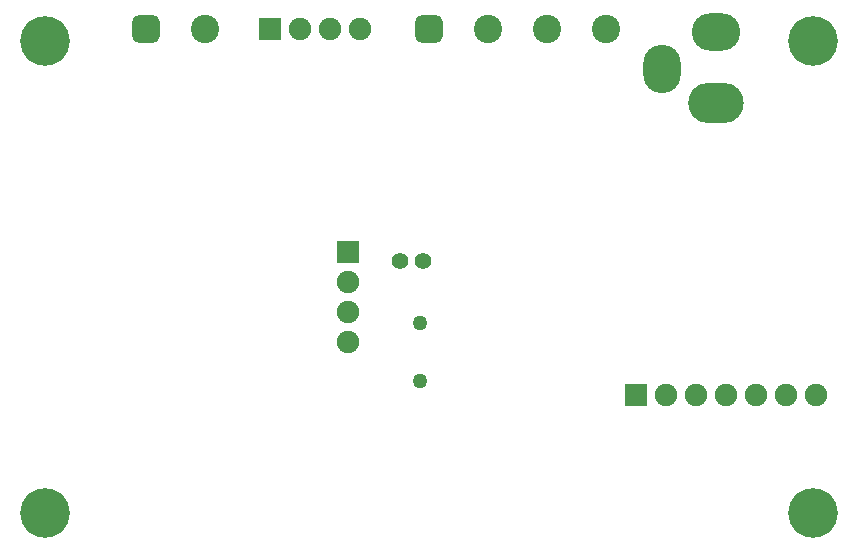
<source format=gbs>
G04*
G04 #@! TF.GenerationSoftware,Altium Limited,Altium Designer,18.1.1 (9)*
G04*
G04 Layer_Color=16711935*
%FSLAX42Y42*%
%MOMM*%
G71*
G01*
G75*
%ADD66C,1.26*%
%ADD67R,1.91X1.91*%
%ADD68C,1.91*%
%ADD69R,1.91X1.91*%
%ADD70O,4.10X3.20*%
%ADD71O,3.20X4.10*%
%ADD72O,4.70X3.40*%
%ADD73C,1.40*%
G04:AMPARAMS|DCode=74|XSize=2.4mm|YSize=2.4mm|CornerRadius=0.65mm|HoleSize=0mm|Usage=FLASHONLY|Rotation=0.000|XOffset=0mm|YOffset=0mm|HoleType=Round|Shape=RoundedRectangle|*
%AMROUNDEDRECTD74*
21,1,2.40,1.10,0,0,0.0*
21,1,1.10,2.40,0,0,0.0*
1,1,1.30,0.55,-0.55*
1,1,1.30,-0.55,-0.55*
1,1,1.30,-0.55,0.55*
1,1,1.30,0.55,0.55*
%
%ADD74ROUNDEDRECTD74*%
%ADD75C,2.40*%
%ADD76C,4.20*%
D66*
X3670Y2108D02*
D03*
Y1620D02*
D03*
D67*
X5500Y1500D02*
D03*
X2400Y4600D02*
D03*
D68*
X5754Y1500D02*
D03*
X6008D02*
D03*
X6262D02*
D03*
X6516D02*
D03*
X6770D02*
D03*
X7024D02*
D03*
X3162Y4600D02*
D03*
X2908D02*
D03*
X2654D02*
D03*
X3060Y1950D02*
D03*
Y2204D02*
D03*
Y2458D02*
D03*
D69*
Y2712D02*
D03*
D70*
X6175Y4575D02*
D03*
D71*
X5725Y4260D02*
D03*
D72*
X6175Y3970D02*
D03*
D73*
X3700Y2630D02*
D03*
X3500D02*
D03*
D74*
X3750Y4600D02*
D03*
X1350D02*
D03*
D75*
X5250D02*
D03*
X4750D02*
D03*
X4250D02*
D03*
X1850D02*
D03*
D76*
X7000Y500D02*
D03*
X500D02*
D03*
X7000Y4500D02*
D03*
X500D02*
D03*
M02*

</source>
